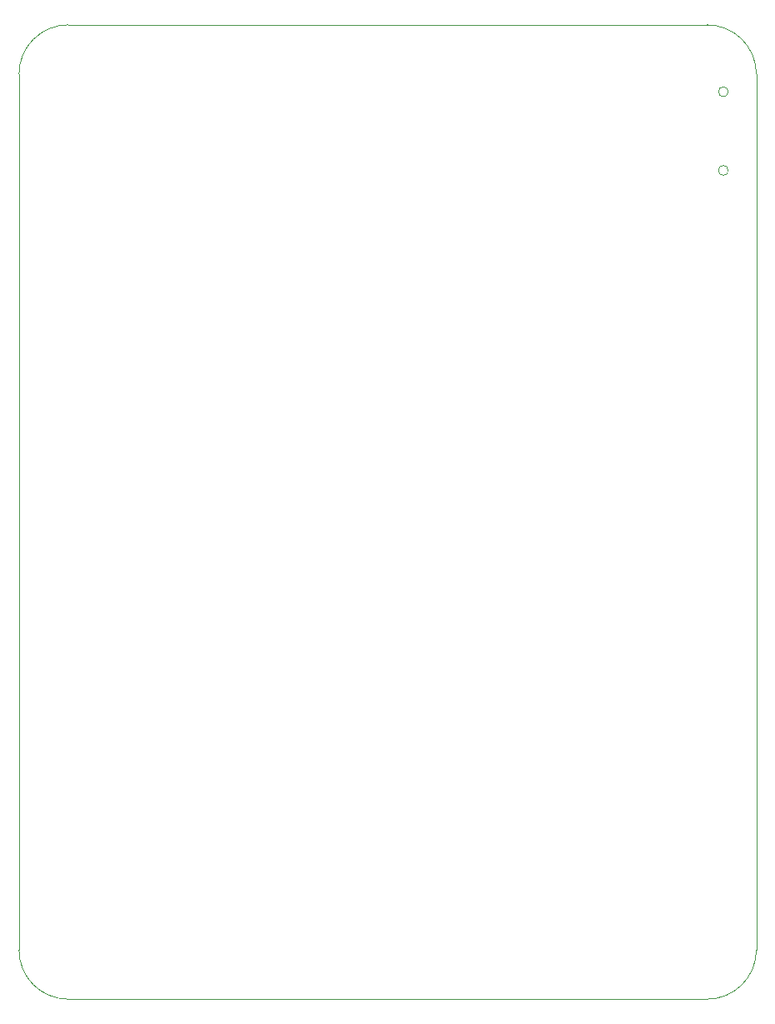
<source format=gbr>
%TF.GenerationSoftware,KiCad,Pcbnew,7.0.2*%
%TF.CreationDate,2023-07-17T10:45:44+03:00*%
%TF.ProjectId,DeskSandGlass,4465736b-5361-46e6-9447-6c6173732e6b,rev?*%
%TF.SameCoordinates,Original*%
%TF.FileFunction,Profile,NP*%
%FSLAX46Y46*%
G04 Gerber Fmt 4.6, Leading zero omitted, Abs format (unit mm)*
G04 Created by KiCad (PCBNEW 7.0.2) date 2023-07-17 10:45:44*
%MOMM*%
%LPD*%
G01*
G04 APERTURE LIST*
%TA.AperFunction,Profile*%
%ADD10C,0.100000*%
%TD*%
%TA.AperFunction,Profile*%
%ADD11C,0.120000*%
%TD*%
G04 APERTURE END LIST*
D10*
X186765466Y-49345534D02*
G75*
G03*
X181765534Y-44345534I-4999966J34D01*
G01*
X181765534Y-44345534D02*
X116765534Y-44345534D01*
X111765534Y-49345534D02*
X111765534Y-138345534D01*
X116765534Y-143345534D02*
X181765534Y-143345534D01*
X186765534Y-138345534D02*
X186765534Y-49345534D01*
X181765534Y-143345534D02*
G75*
G03*
X186765534Y-138345534I-34J5000034D01*
G01*
X111765466Y-138345534D02*
G75*
G03*
X116765534Y-143345534I5000034J34D01*
G01*
X116765534Y-44345534D02*
G75*
G03*
X111765534Y-49345534I-4J-4999996D01*
G01*
D11*
%TO.C,U10*%
X183905534Y-59135534D02*
G75*
G03*
X183905534Y-59135534I-500000J0D01*
G01*
X183905534Y-51135534D02*
G75*
G03*
X183905534Y-51135534I-500000J0D01*
G01*
%TD*%
M02*

</source>
